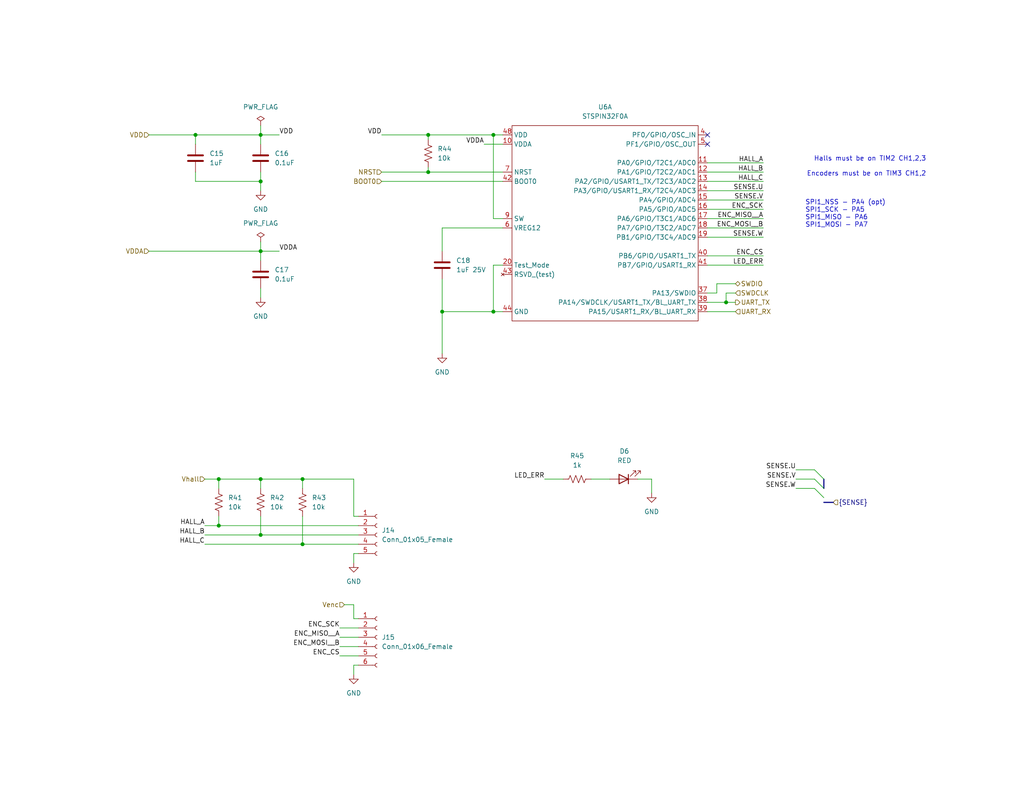
<source format=kicad_sch>
(kicad_sch (version 20210621) (generator eeschema)
  (paper "A")
  (lib_symbols
    (symbol "Connector:Conn_01x05_Female" (pin_names (offset 1.016) hide)
      (property "Reference" "J" (at 0 7.62 0))
      (property "Value" "Conn_01x05_Female" (at 0 -7.62 0))
      (symbol "Conn_01x05_Female_1_1"
        (arc (start 0 -4.572) (end 0 -5.588) (radius (at 0 -5.08) (length 0.508) (angles 90.1 -90.1)) (stroke (width 0.1524)))
        (arc (start 0 -2.032) (end 0 -3.048) (radius (at 0 -2.54) (length 0.508) (angles 90.1 -90.1)) (stroke (width 0.1524)))
        (arc (start 0 0.508) (end 0 -0.508) (radius (at 0 0) (length 0.508) (angles 90.1 -90.1)) (stroke (width 0.1524)))
        (arc (start 0 3.048) (end 0 2.032) (radius (at 0 2.54) (length 0.508) (angles 90.1 -90.1)) (stroke (width 0.1524)))
        (arc (start 0 5.588) (end 0 4.572) (radius (at 0 5.08) (length 0.508) (angles 90.1 -90.1)) (stroke (width 0.1524)))
        (polyline (pts (xy -1.27 -5.08) (xy -0.508 -5.08)) (stroke (width 0.1524)))
        (polyline (pts (xy -1.27 -2.54) (xy -0.508 -2.54)) (stroke (width 0.1524)))
        (polyline (pts (xy -1.27 0) (xy -0.508 0)) (stroke (width 0.1524)))
        (polyline (pts (xy -1.27 2.54) (xy -0.508 2.54)) (stroke (width 0.1524)))
        (polyline (pts (xy -1.27 5.08) (xy -0.508 5.08)) (stroke (width 0.1524)))
        (pin passive line (at -5.08 5.08 0) (length 3.81) (name "Pin_1") (number "1"))
        (pin passive line (at -5.08 2.54 0) (length 3.81) (name "Pin_2") (number "2"))
        (pin passive line (at -5.08 0 0) (length 3.81) (name "Pin_3") (number "3"))
        (pin passive line (at -5.08 -2.54 0) (length 3.81) (name "Pin_4") (number "4"))
        (pin passive line (at -5.08 -5.08 0) (length 3.81) (name "Pin_5") (number "5"))
      )
    )
    (symbol "Connector:Conn_01x06_Female" (pin_names (offset 1.016) hide)
      (property "Reference" "J" (at 0 7.62 0))
      (property "Value" "Conn_01x06_Female" (at 0 -10.16 0))
      (symbol "Conn_01x06_Female_1_1"
        (arc (start 0 -7.112) (end 0 -8.128) (radius (at 0 -7.62) (length 0.508) (angles 90.1 -90.1)) (stroke (width 0.1524)))
        (arc (start 0 -4.572) (end 0 -5.588) (radius (at 0 -5.08) (length 0.508) (angles 90.1 -90.1)) (stroke (width 0.1524)))
        (arc (start 0 -2.032) (end 0 -3.048) (radius (at 0 -2.54) (length 0.508) (angles 90.1 -90.1)) (stroke (width 0.1524)))
        (arc (start 0 0.508) (end 0 -0.508) (radius (at 0 0) (length 0.508) (angles 90.1 -90.1)) (stroke (width 0.1524)))
        (arc (start 0 3.048) (end 0 2.032) (radius (at 0 2.54) (length 0.508) (angles 90.1 -90.1)) (stroke (width 0.1524)))
        (arc (start 0 5.588) (end 0 4.572) (radius (at 0 5.08) (length 0.508) (angles 90.1 -90.1)) (stroke (width 0.1524)))
        (polyline (pts (xy -1.27 -7.62) (xy -0.508 -7.62)) (stroke (width 0.1524)))
        (polyline (pts (xy -1.27 -5.08) (xy -0.508 -5.08)) (stroke (width 0.1524)))
        (polyline (pts (xy -1.27 -2.54) (xy -0.508 -2.54)) (stroke (width 0.1524)))
        (polyline (pts (xy -1.27 0) (xy -0.508 0)) (stroke (width 0.1524)))
        (polyline (pts (xy -1.27 2.54) (xy -0.508 2.54)) (stroke (width 0.1524)))
        (polyline (pts (xy -1.27 5.08) (xy -0.508 5.08)) (stroke (width 0.1524)))
        (pin passive line (at -5.08 5.08 0) (length 3.81) (name "Pin_1") (number "1"))
        (pin passive line (at -5.08 2.54 0) (length 3.81) (name "Pin_2") (number "2"))
        (pin passive line (at -5.08 0 0) (length 3.81) (name "Pin_3") (number "3"))
        (pin passive line (at -5.08 -2.54 0) (length 3.81) (name "Pin_4") (number "4"))
        (pin passive line (at -5.08 -5.08 0) (length 3.81) (name "Pin_5") (number "5"))
        (pin passive line (at -5.08 -7.62 0) (length 3.81) (name "Pin_6") (number "6"))
      )
    )
    (symbol "Device:C" (pin_numbers hide) (pin_names (offset 0.254))
      (property "Reference" "C" (at 0.635 2.54 0))
      (property "Value" "C" (at 0.635 -2.54 0))
      (symbol "C_0_1"
        (polyline (pts (xy -2.032 -0.762) (xy 2.032 -0.762)) (stroke (width 0.508)))
        (polyline (pts (xy -2.032 0.762) (xy 2.032 0.762)) (stroke (width 0.508)))
      )
      (symbol "C_1_1"
        (pin passive line (at 0 3.81 270) (length 2.794) (name "~") (number "1"))
        (pin passive line (at 0 -3.81 90) (length 2.794) (name "~") (number "2"))
      )
    )
    (symbol "Device:LED" (pin_numbers hide) (pin_names (offset 1.016) hide)
      (property "Reference" "D" (at 0 2.54 0))
      (property "Value" "LED" (at 0 -2.54 0))
      (symbol "LED_0_1"
        (polyline (pts (xy -1.27 -1.27) (xy -1.27 1.27)) (stroke (width 0.254)))
        (polyline (pts (xy -1.27 0) (xy 1.27 0)))
        (polyline (pts (xy 1.27 -1.27) (xy 1.27 1.27) (xy -1.27 0) (xy 1.27 -1.27)) (stroke (width 0.254)))
        (polyline (pts (xy -3.048 -0.762) (xy -4.572 -2.286) (xy -3.81 -2.286) (xy -4.572 -2.286) (xy -4.572 -1.524)))
        (polyline (pts (xy -1.778 -0.762) (xy -3.302 -2.286) (xy -2.54 -2.286) (xy -3.302 -2.286) (xy -3.302 -1.524)))
      )
      (symbol "LED_1_1"
        (pin passive line (at -3.81 0 0) (length 2.54) (name "K") (number "1"))
        (pin passive line (at 3.81 0 180) (length 2.54) (name "A") (number "2"))
      )
    )
    (symbol "Device:R_US" (pin_numbers hide) (pin_names (offset 0))
      (property "Reference" "R" (at 2.54 0 90))
      (property "Value" "R_US" (at -2.54 0 90))
      (symbol "R_US_0_1"
        (polyline (pts (xy 0 -2.286) (xy 0 -2.54)))
        (polyline (pts (xy 0 2.286) (xy 0 2.54)))
        (polyline (pts (xy 0 -0.762) (xy 1.016 -1.143) (xy 0 -1.524) (xy -1.016 -1.905) (xy 0 -2.286)))
        (polyline (pts (xy 0 0.762) (xy 1.016 0.381) (xy 0 0) (xy -1.016 -0.381) (xy 0 -0.762)))
        (polyline (pts (xy 0 2.286) (xy 1.016 1.905) (xy 0 1.524) (xy -1.016 1.143) (xy 0 0.762)))
      )
      (symbol "R_US_1_1"
        (pin passive line (at 0 3.81 270) (length 1.27) (name "~") (number "1"))
        (pin passive line (at 0 -3.81 90) (length 1.27) (name "~") (number "2"))
      )
    )
    (symbol "power:GND" (power) (pin_names (offset 0))
      (property "Value" "GND" (at 0 -3.81 0))
      (symbol "GND_0_1"
        (polyline (pts (xy 0 0) (xy 0 -1.27) (xy 1.27 -1.27) (xy 0 -2.54) (xy -1.27 -1.27) (xy 0 -1.27)))
      )
      (symbol "GND_1_1"
        (pin power_in line (at 0 0 270) (length 0) hide (name "GND") (number "1"))
      )
    )
    (symbol "power:PWR_FLAG" (power) (pin_numbers hide) (pin_names (offset 0) hide)
      (property "Value" "PWR_FLAG" (at 0 3.81 0))
      (symbol "PWR_FLAG_0_0"
        (pin power_out line (at 0 0 90) (length 0) (name "pwr") (number "1"))
      )
      (symbol "PWR_FLAG_0_1"
        (polyline (pts (xy 0 0) (xy 0 1.27) (xy -1.016 1.905) (xy 0 2.54) (xy 1.016 1.905) (xy 0 1.27)))
      )
    )
    (symbol "st_microcontrollers:STSPIN32F0A"
      (property "Reference" "U" (at 0 -17.78 0))
      (property "Value" "STSPIN32F0A" (at 0 40.64 0))
      (symbol "STSPIN32F0A_1_1"
        (rectangle (start -25.4 38.1) (end 25.4 -15.24) (stroke (width 0.1524)))
        (pin power_in line (at -27.94 33.02 0) (length 2.54) (name "VDDA") (number "10"))
        (pin bidirectional line (at 27.94 27.94 180) (length 2.54) (name "PA0/GPIO/T2C1/ADC0") (number "11"))
        (pin bidirectional line (at 27.94 25.4 180) (length 2.54) (name "PA1/GPIO/T2C2/ADC1") (number "12"))
        (pin bidirectional line (at 27.94 22.86 180) (length 2.54) (name "PA2/GPIO/USART1_TX/T2C3/ADC2") (number "13"))
        (pin bidirectional line (at 27.94 20.32 180) (length 2.54) (name "PA3/GPIO/USART1_RX/T2C4/ADC3") (number "14"))
        (pin bidirectional line (at 27.94 17.78 180) (length 2.54) (name "PA4/GPIO/ADC4") (number "15"))
        (pin bidirectional line (at 27.94 15.24 180) (length 2.54) (name "PA5/GPIO/ADC5") (number "16"))
        (pin bidirectional line (at 27.94 12.7 180) (length 2.54) (name "PA6/GPIO/T3C1/ADC6") (number "17"))
        (pin bidirectional line (at 27.94 10.16 180) (length 2.54) (name "PA7/GPIO/T3C2/ADC7") (number "18"))
        (pin bidirectional line (at 27.94 7.62 180) (length 2.54) (name "PB1/GPIO/T3C4/ADC9") (number "19"))
        (pin input line (at -27.94 0 0) (length 2.54) (name "Test_Mode") (number "20"))
        (pin input line (at 27.94 -7.62 180) (length 2.54) (name "PA13/SWDIO") (number "37"))
        (pin input line (at 27.94 -10.16 180) (length 2.54) (name "PA14/SWDCLK/USART1_TX/BL_UART_TX") (number "38"))
        (pin input line (at 27.94 -12.7 180) (length 2.54) (name "PA15/USART1_RX/BL_UART_RX") (number "39"))
        (pin bidirectional line (at 27.94 35.56 180) (length 2.54) (name "PF0/GPIO/OSC_IN") (number "4"))
        (pin bidirectional line (at 27.94 2.54 180) (length 2.54) (name "PB6/GPIO/USART1_TX") (number "40"))
        (pin bidirectional line (at 27.94 0 180) (length 2.54) (name "PB7/GPIO/USART1_RX") (number "41"))
        (pin bidirectional line (at -27.94 22.86 0) (length 2.54) (name "BOOT0") (number "42"))
        (pin no_connect line (at -27.94 -2.54 0) (length 2.54) (name "RSVD_(test)") (number "43"))
        (pin power_in line (at -27.94 -12.7 0) (length 2.54) (name "GND") (number "44"))
        (pin power_in line (at -27.94 35.56 0) (length 2.54) (name "VDD") (number "48"))
        (pin bidirectional line (at 27.94 33.02 180) (length 2.54) (name "PF1/GPIO/OSC_OUT") (number "5"))
        (pin bidirectional line (at -27.94 10.16 0) (length 2.54) (name "VREG12") (number "6"))
        (pin bidirectional line (at -27.94 25.4 0) (length 2.54) (name "NRST") (number "7"))
        (pin bidirectional line (at -27.94 12.7 0) (length 2.54) (name "SW") (number "9"))
      )
      (symbol "STSPIN32F0A_2_1"
        (rectangle (start -11.43 38.1) (end 12.7 -38.1) (stroke (width 0.1524)))
        (pin output line (at 15.24 -30.48 180) (length 2.54) (name "HSW") (number "25"))
        (pin bidirectional line (at 15.24 -33.02 180) (length 2.54) (name "OUTW") (number "26"))
        (pin bidirectional line (at 15.24 -20.32 180) (length 2.54) (name "VBOOTW") (number "27"))
        (pin output line (at 15.24 -35.56 180) (length 2.54) (name "LSW") (number "28"))
        (pin output line (at 15.24 -2.54 180) (length 2.54) (name "HSV") (number "29"))
        (pin bidirectional line (at 15.24 -5.08 180) (length 2.54) (name "OUTV") (number "30"))
        (pin bidirectional line (at 15.24 7.62 180) (length 2.54) (name "VBOOTV") (number "31"))
        (pin output line (at 15.24 -7.62 180) (length 2.54) (name "LSV") (number "32"))
        (pin output line (at 15.24 25.4 180) (length 2.54) (name "HSU") (number "33"))
        (pin bidirectional line (at 15.24 22.86 180) (length 2.54) (name "OUTU") (number "34"))
        (pin bidirectional line (at 15.24 35.56 180) (length 2.54) (name "VBOOTU") (number "35"))
        (pin output line (at 15.24 20.32 180) (length 2.54) (name "LSU") (number "36"))
        (pin power_in line (at -13.97 -35.56 0) (length 2.54) (name "EPAD/GND") (number "49"))
        (pin power_in line (at -13.97 35.56 0) (length 2.54) (name "VM/VMotor") (number "8"))
      )
      (symbol "STSPIN32F0A_3_1"
        (polyline (pts (xy -2.54 5.08) (xy -2.54 -5.08) (xy 3.81 0) (xy -2.54 5.08)) (stroke (width 0.1524)))
        (pin output line (at 6.35 0 180) (length 2.54) (name "OP1O") (number "21"))
        (pin input inverted (at -5.08 2.54 0) (length 2.54) (name "OP1N") (number "22"))
        (pin input line (at -5.08 -2.54 0) (length 2.54) (name "OP1P") (number "23"))
      )
      (symbol "STSPIN32F0A_4_1"
        (polyline (pts (xy -2.54 5.08) (xy -2.54 -5.08) (xy 3.81 0) (xy -2.54 5.08)) (stroke (width 0.1524)))
        (pin input line (at -5.08 -2.54 0) (length 2.54) (name "OP2P") (number "1"))
        (pin input inverted (at -5.08 2.54 0) (length 2.54) (name "OP2N") (number "2"))
        (pin output line (at 6.35 0 180) (length 2.54) (name "OP2O") (number "3"))
      )
      (symbol "STSPIN32F0A_5_1"
        (polyline (pts (xy -2.54 5.08) (xy -2.54 -5.08) (xy 3.81 0) (xy -2.54 5.08)) (stroke (width 0.1524)))
        (pin input line (at -5.08 -2.54 0) (length 2.54) (name "OP3P") (number "45"))
        (pin input inverted (at -5.08 2.54 0) (length 2.54) (name "OP3N") (number "46"))
        (pin output line (at 6.35 0 180) (length 2.54) (name "OP3O") (number "47"))
      )
      (symbol "STSPIN32F0A_6_1"
        (polyline (pts (xy -5.715 3.175) (xy -4.445 1.905)) (stroke (width 0.1524)))
        (polyline (pts (xy -4.445 3.175) (xy -5.715 1.905)) (stroke (width 0.1524)))
        (polyline (pts (xy -2.54 2.54) (xy -5.08 2.54)) (stroke (width 0.1524)))
        (polyline (pts (xy 3.81 0) (xy 6.35 0)) (stroke (width 0.1524)))
        (polyline (pts (xy 5.715 -0.635) (xy 6.985 0.635)) (stroke (width 0.1524)))
        (polyline (pts (xy 5.715 0.635) (xy 6.985 -0.635)) (stroke (width 0.1524)))
        (polyline (pts (xy -2.54 5.08) (xy -2.54 -5.08) (xy 3.81 0) (xy -2.54 5.08)) (stroke (width 0.1524)))
        (pin input line (at -5.08 -2.54 0) (length 2.54) (name "OC_Comp") (number "24"))
      )
    )
  )
  (junction (at 53.34 36.83) (diameter 0.9144))
  (junction (at 59.69 130.81) (diameter 0.9144))
  (junction (at 59.69 143.51) (diameter 0.9144))
  (junction (at 71.12 36.83) (diameter 0.9144))
  (junction (at 71.12 49.53) (diameter 0.9144))
  (junction (at 71.12 68.58) (diameter 0.9144))
  (junction (at 71.12 130.81) (diameter 0.9144))
  (junction (at 71.12 146.05) (diameter 0.9144))
  (junction (at 82.55 130.81) (diameter 0.9144))
  (junction (at 82.55 148.59) (diameter 0.9144))
  (junction (at 116.84 36.83) (diameter 0.9144))
  (junction (at 116.84 46.99) (diameter 0.9144))
  (junction (at 120.65 85.09) (diameter 0.9144))
  (junction (at 134.62 36.83) (diameter 0.9144))
  (junction (at 134.62 85.09) (diameter 0.9144))
  (junction (at 198.12 82.55) (diameter 0.9144))
  (no_connect (at 193.04 36.83))
  (no_connect (at 193.04 39.37))
  (bus_entry (at 222.25 128.27) (size 2.54 2.54))
  (bus_entry (at 222.25 130.81) (size 2.54 2.54))
  (bus_entry (at 222.25 133.35) (size 2.54 2.54))
  (wire (pts (xy 40.64 36.83) (xy 53.34 36.83)))
  (wire (pts (xy 40.64 68.58) (xy 71.12 68.58)))
  (wire (pts (xy 53.34 36.83) (xy 53.34 39.37)))
  (wire (pts (xy 53.34 36.83) (xy 71.12 36.83)))
  (wire (pts (xy 53.34 46.99) (xy 53.34 49.53)))
  (wire (pts (xy 53.34 49.53) (xy 71.12 49.53)))
  (wire (pts (xy 55.88 130.81) (xy 59.69 130.81)))
  (wire (pts (xy 55.88 143.51) (xy 59.69 143.51)))
  (wire (pts (xy 55.88 146.05) (xy 71.12 146.05)))
  (wire (pts (xy 55.88 148.59) (xy 82.55 148.59)))
  (wire (pts (xy 59.69 130.81) (xy 59.69 133.35)))
  (wire (pts (xy 59.69 140.97) (xy 59.69 143.51)))
  (wire (pts (xy 59.69 143.51) (xy 97.79 143.51)))
  (wire (pts (xy 71.12 34.29) (xy 71.12 36.83)))
  (wire (pts (xy 71.12 36.83) (xy 71.12 39.37)))
  (wire (pts (xy 71.12 36.83) (xy 76.2 36.83)))
  (wire (pts (xy 71.12 49.53) (xy 71.12 46.99)))
  (wire (pts (xy 71.12 49.53) (xy 71.12 52.07)))
  (wire (pts (xy 71.12 66.04) (xy 71.12 68.58)))
  (wire (pts (xy 71.12 68.58) (xy 71.12 71.12)))
  (wire (pts (xy 71.12 68.58) (xy 76.2 68.58)))
  (wire (pts (xy 71.12 78.74) (xy 71.12 81.28)))
  (wire (pts (xy 71.12 130.81) (xy 59.69 130.81)))
  (wire (pts (xy 71.12 130.81) (xy 71.12 133.35)))
  (wire (pts (xy 71.12 140.97) (xy 71.12 146.05)))
  (wire (pts (xy 71.12 146.05) (xy 97.79 146.05)))
  (wire (pts (xy 82.55 130.81) (xy 71.12 130.81)))
  (wire (pts (xy 82.55 130.81) (xy 82.55 133.35)))
  (wire (pts (xy 82.55 130.81) (xy 96.52 130.81)))
  (wire (pts (xy 82.55 140.97) (xy 82.55 148.59)))
  (wire (pts (xy 82.55 148.59) (xy 97.79 148.59)))
  (wire (pts (xy 92.71 171.45) (xy 97.79 171.45)))
  (wire (pts (xy 92.71 173.99) (xy 97.79 173.99)))
  (wire (pts (xy 92.71 176.53) (xy 97.79 176.53)))
  (wire (pts (xy 92.71 179.07) (xy 97.79 179.07)))
  (wire (pts (xy 96.52 130.81) (xy 96.52 140.97)))
  (wire (pts (xy 96.52 140.97) (xy 97.79 140.97)))
  (wire (pts (xy 96.52 151.13) (xy 96.52 153.67)))
  (wire (pts (xy 96.52 165.1) (xy 93.98 165.1)))
  (wire (pts (xy 96.52 168.91) (xy 96.52 165.1)))
  (wire (pts (xy 96.52 181.61) (xy 96.52 184.15)))
  (wire (pts (xy 97.79 151.13) (xy 96.52 151.13)))
  (wire (pts (xy 97.79 168.91) (xy 96.52 168.91)))
  (wire (pts (xy 97.79 181.61) (xy 96.52 181.61)))
  (wire (pts (xy 104.14 36.83) (xy 116.84 36.83)))
  (wire (pts (xy 104.14 46.99) (xy 116.84 46.99)))
  (wire (pts (xy 104.14 49.53) (xy 137.16 49.53)))
  (wire (pts (xy 116.84 36.83) (xy 116.84 38.1)))
  (wire (pts (xy 116.84 36.83) (xy 134.62 36.83)))
  (wire (pts (xy 116.84 45.72) (xy 116.84 46.99)))
  (wire (pts (xy 116.84 46.99) (xy 137.16 46.99)))
  (wire (pts (xy 120.65 62.23) (xy 120.65 68.58)))
  (wire (pts (xy 120.65 76.2) (xy 120.65 85.09)))
  (wire (pts (xy 120.65 85.09) (xy 120.65 96.52)))
  (wire (pts (xy 120.65 85.09) (xy 134.62 85.09)))
  (wire (pts (xy 132.08 39.37) (xy 137.16 39.37)))
  (wire (pts (xy 134.62 36.83) (xy 134.62 59.69)))
  (wire (pts (xy 134.62 36.83) (xy 137.16 36.83)))
  (wire (pts (xy 134.62 72.39) (xy 134.62 85.09)))
  (wire (pts (xy 134.62 85.09) (xy 137.16 85.09)))
  (wire (pts (xy 137.16 59.69) (xy 134.62 59.69)))
  (wire (pts (xy 137.16 62.23) (xy 120.65 62.23)))
  (wire (pts (xy 137.16 72.39) (xy 134.62 72.39)))
  (wire (pts (xy 148.59 130.81) (xy 153.67 130.81)))
  (wire (pts (xy 161.29 130.81) (xy 166.37 130.81)))
  (wire (pts (xy 173.99 130.81) (xy 177.8 130.81)))
  (wire (pts (xy 177.8 130.81) (xy 177.8 134.62)))
  (wire (pts (xy 193.04 44.45) (xy 208.28 44.45)))
  (wire (pts (xy 193.04 46.99) (xy 208.28 46.99)))
  (wire (pts (xy 193.04 49.53) (xy 208.28 49.53)))
  (wire (pts (xy 193.04 52.07) (xy 208.28 52.07)))
  (wire (pts (xy 193.04 54.61) (xy 208.28 54.61)))
  (wire (pts (xy 193.04 57.15) (xy 208.28 57.15)))
  (wire (pts (xy 193.04 59.69) (xy 208.28 59.69)))
  (wire (pts (xy 193.04 62.23) (xy 208.28 62.23)))
  (wire (pts (xy 193.04 64.77) (xy 208.28 64.77)))
  (wire (pts (xy 193.04 69.85) (xy 208.28 69.85)))
  (wire (pts (xy 193.04 72.39) (xy 208.28 72.39)))
  (wire (pts (xy 193.04 82.55) (xy 198.12 82.55)))
  (wire (pts (xy 193.04 85.09) (xy 200.66 85.09)))
  (wire (pts (xy 195.58 77.47) (xy 195.58 80.01)))
  (wire (pts (xy 195.58 80.01) (xy 193.04 80.01)))
  (wire (pts (xy 198.12 80.01) (xy 198.12 82.55)))
  (wire (pts (xy 198.12 82.55) (xy 200.66 82.55)))
  (wire (pts (xy 200.66 77.47) (xy 195.58 77.47)))
  (wire (pts (xy 200.66 80.01) (xy 198.12 80.01)))
  (wire (pts (xy 217.17 128.27) (xy 222.25 128.27)))
  (wire (pts (xy 217.17 130.81) (xy 222.25 130.81)))
  (wire (pts (xy 217.17 133.35) (xy 222.25 133.35)))
  (bus (pts (xy 224.79 130.81) (xy 224.79 137.16)))
  (bus (pts (xy 224.79 137.16) (xy 227.33 137.16)))
  (text "SPI1_NSS - PA4 (opt)\nSPI1_SCK - PA5\nSPI1_MISO - PA6\nSPI1_MOSI - PA7" (at 219.71 62.23 0) (effects (font (size 1.27 1.27)) (justify left bottom)))
  (text "Halls must be on TIM2 CH1,2,3\n\nEncoders must be on TIM3 CH1,2" (at 252.73 48.26 0) (effects (font (size 1.27 1.27)) (justify right bottom)))
  (label "HALL_A" (at 55.88 143.51 180))
  (label "HALL_B" (at 55.88 146.05 180))
  (label "HALL_C" (at 55.88 148.59 180))
  (label "VDD" (at 76.2 36.83 0))
  (label "VDDA" (at 76.2 68.58 0))
  (label "ENC_SCK" (at 92.71 171.45 180))
  (label "ENC_MISO__A" (at 92.71 173.99 180))
  (label "ENC_MOSI__B" (at 92.71 176.53 180))
  (label "ENC_CS" (at 92.71 179.07 180))
  (label "VDD" (at 104.14 36.83 180))
  (label "VDDA" (at 132.08 39.37 180))
  (label "LED_ERR" (at 148.59 130.81 180))
  (label "HALL_A" (at 208.28 44.45 180))
  (label "HALL_B" (at 208.28 46.99 180))
  (label "HALL_C" (at 208.28 49.53 180))
  (label "SENSE.U" (at 208.28 52.07 180))
  (label "SENSE.V" (at 208.28 54.61 180))
  (label "ENC_SCK" (at 208.28 57.15 180))
  (label "ENC_MISO__A" (at 208.28 59.69 180))
  (label "ENC_MOSI__B" (at 208.28 62.23 180))
  (label "SENSE.W" (at 208.28 64.77 180))
  (label "ENC_CS" (at 208.28 69.85 180))
  (label "LED_ERR" (at 208.28 72.39 180))
  (label "SENSE.U" (at 217.17 128.27 180))
  (label "SENSE.V" (at 217.17 130.81 180))
  (label "SENSE.W" (at 217.17 133.35 180))
  (hierarchical_label "VDD" (shape input) (at 40.64 36.83 180))
  (hierarchical_label "VDDA" (shape input) (at 40.64 68.58 180))
  (hierarchical_label "Vhall" (shape input) (at 55.88 130.81 180))
  (hierarchical_label "Venc" (shape input) (at 93.98 165.1 180))
  (hierarchical_label "NRST" (shape input) (at 104.14 46.99 180))
  (hierarchical_label "BOOT0" (shape input) (at 104.14 49.53 180))
  (hierarchical_label "SWDIO" (shape bidirectional) (at 200.66 77.47 0))
  (hierarchical_label "SWDCLK" (shape input) (at 200.66 80.01 0))
  (hierarchical_label "UART_TX" (shape output) (at 200.66 82.55 0))
  (hierarchical_label "UART_RX" (shape input) (at 200.66 85.09 0))
  (hierarchical_label "{SENSE}" (shape input) (at 227.33 137.16 0))
  (symbol (lib_id "power:PWR_FLAG") (at 71.12 34.29 0)
    (property "Reference" "#FLG03" (effects hide))
    (property "Value" "PWR_FLAG" (at 71.12 29.21 0))
  )
  (symbol (lib_id "power:PWR_FLAG") (at 71.12 66.04 0)
    (property "Reference" "#FLG04" (effects hide))
    (property "Value" "PWR_FLAG" (at 71.12 60.96 0))
  )
  (symbol (lib_id "power:GND") (at 71.12 52.07 0)
    (property "Reference" "#PWR063" (effects hide))
    (property "Value" "GND" (at 71.12 57.15 0))
  )
  (symbol (lib_id "power:GND") (at 71.12 81.28 0)
    (property "Reference" "#PWR064" (effects hide))
    (property "Value" "GND" (at 71.12 86.36 0))
  )
  (symbol (lib_id "power:GND") (at 96.52 153.67 0)
    (property "Reference" "#PWR065" (effects hide))
    (property "Value" "GND" (at 96.52 158.75 0))
  )
  (symbol (lib_id "power:GND") (at 96.52 184.15 0)
    (property "Reference" "#PWR066" (effects hide))
    (property "Value" "GND" (at 96.52 189.23 0))
  )
  (symbol (lib_id "power:GND") (at 120.65 96.52 0)
    (property "Reference" "#PWR067" (effects hide))
    (property "Value" "GND" (at 120.65 101.6 0))
  )
  (symbol (lib_id "power:GND") (at 177.8 134.62 0)
    (property "Reference" "#PWR068" (effects hide))
    (property "Value" "GND" (at 177.8 139.7 0))
  )
  (symbol (lib_id "Device:R_US") (at 59.69 137.16 0)
    (property "Reference" "R41" (at 62.23 135.8899 0) (effects (justify left)))
    (property "Value" "10k" (at 62.23 138.4299 0) (effects (justify left)))
  )
  (symbol (lib_id "Device:R_US") (at 71.12 137.16 0)
    (property "Reference" "R42" (at 73.66 135.8899 0) (effects (justify left)))
    (property "Value" "10k" (at 73.66 138.4299 0) (effects (justify left)))
  )
  (symbol (lib_id "Device:R_US") (at 82.55 137.16 0)
    (property "Reference" "R43" (at 85.09 135.8899 0) (effects (justify left)))
    (property "Value" "10k" (at 85.09 138.4299 0) (effects (justify left)))
  )
  (symbol (lib_id "Device:R_US") (at 116.84 41.91 0)
    (property "Reference" "R44" (at 119.38 40.6399 0) (effects (justify left)))
    (property "Value" "10k" (at 119.38 43.1799 0) (effects (justify left)))
  )
  (symbol (lib_id "Device:R_US") (at 157.48 130.81 90)
    (property "Reference" "R45" (at 157.48 124.46 90))
    (property "Value" "1k" (at 157.48 127 90))
  )
  (symbol (lib_id "Device:LED") (at 170.18 130.81 180)
    (property "Reference" "D6" (at 170.3705 123.19 0))
    (property "Value" "RED" (at 170.3705 125.73 0))
  )
  (symbol (lib_id "Device:C") (at 53.34 43.18 0)
    (property "Reference" "C15" (at 57.15 41.9099 0) (effects (justify left)))
    (property "Value" "1uF" (at 57.15 44.4499 0) (effects (justify left)))
    (property "Footprint" "Capacitor_SMD:C_0603_1608Metric_Pad1.08x0.95mm_HandSolder" (effects hide))
  )
  (symbol (lib_id "Device:C") (at 71.12 43.18 0)
    (property "Reference" "C16" (at 74.93 41.9099 0) (effects (justify left)))
    (property "Value" "0.1uF" (at 74.93 44.4499 0) (effects (justify left)))
    (property "Footprint" "Capacitor_SMD:C_0402_1005Metric_Pad0.74x0.62mm_HandSolder" (effects hide))
  )
  (symbol (lib_id "Device:C") (at 71.12 74.93 0)
    (property "Reference" "C17" (at 74.93 73.6599 0) (effects (justify left)))
    (property "Value" "0.1uF" (at 74.93 76.1999 0) (effects (justify left)))
    (property "Footprint" "Capacitor_SMD:C_0402_1005Metric_Pad0.74x0.62mm_HandSolder" (effects hide))
  )
  (symbol (lib_id "Device:C") (at 120.65 72.39 0)
    (property "Reference" "C18" (at 124.46 71.1199 0) (effects (justify left)))
    (property "Value" "1uF 25V" (at 124.46 73.6599 0) (effects (justify left)))
    (property "Footprint" "Capacitor_SMD:C_0603_1608Metric_Pad1.08x0.95mm_HandSolder" (effects hide))
  )
  (symbol (lib_id "Connector:Conn_01x05_Female") (at 102.87 146.05 0)
    (property "Reference" "J14" (at 104.14 144.7799 0) (effects (justify left)))
    (property "Value" "Conn_01x05_Female" (at 104.14 147.3199 0) (effects (justify left)))
  )
  (symbol (lib_id "Connector:Conn_01x06_Female") (at 102.87 173.99 0)
    (property "Reference" "J15" (at 104.14 173.9899 0) (effects (justify left)))
    (property "Value" "Conn_01x06_Female" (at 104.14 176.5299 0) (effects (justify left)))
  )
  (symbol (lib_id "st_microcontrollers:STSPIN32F0A") (at 165.1 72.39 0)
    (property "Reference" "U6" (at 165.1 29.21 0))
    (property "Value" "STSPIN32F0A" (at 165.1 31.75 0))
  )
)
</source>
